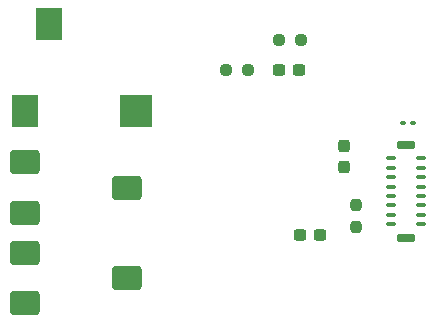
<source format=gbr>
%TF.GenerationSoftware,KiCad,Pcbnew,9.0.3-9.0.3-0~ubuntu24.04.1*%
%TF.CreationDate,2025-07-24T18:13:32+02:00*%
%TF.ProjectId,ampli_audio,616d706c-695f-4617-9564-696f2e6b6963,rev?*%
%TF.SameCoordinates,Original*%
%TF.FileFunction,Paste,Top*%
%TF.FilePolarity,Positive*%
%FSLAX46Y46*%
G04 Gerber Fmt 4.6, Leading zero omitted, Abs format (unit mm)*
G04 Created by KiCad (PCBNEW 9.0.3-9.0.3-0~ubuntu24.04.1) date 2025-07-24 18:13:32*
%MOMM*%
%LPD*%
G01*
G04 APERTURE LIST*
G04 Aperture macros list*
%AMRoundRect*
0 Rectangle with rounded corners*
0 $1 Rounding radius*
0 $2 $3 $4 $5 $6 $7 $8 $9 X,Y pos of 4 corners*
0 Add a 4 corners polygon primitive as box body*
4,1,4,$2,$3,$4,$5,$6,$7,$8,$9,$2,$3,0*
0 Add four circle primitives for the rounded corners*
1,1,$1+$1,$2,$3*
1,1,$1+$1,$4,$5*
1,1,$1+$1,$6,$7*
1,1,$1+$1,$8,$9*
0 Add four rect primitives between the rounded corners*
20,1,$1+$1,$2,$3,$4,$5,0*
20,1,$1+$1,$4,$5,$6,$7,0*
20,1,$1+$1,$6,$7,$8,$9,0*
20,1,$1+$1,$8,$9,$2,$3,0*%
G04 Aperture macros list end*
%ADD10R,2.200000X2.800000*%
%ADD11R,2.800000X2.800000*%
%ADD12RoundRect,0.237500X0.250000X0.237500X-0.250000X0.237500X-0.250000X-0.237500X0.250000X-0.237500X0*%
%ADD13RoundRect,0.250000X-1.000000X-0.750000X1.000000X-0.750000X1.000000X0.750000X-1.000000X0.750000X0*%
%ADD14RoundRect,0.237500X-0.300000X-0.237500X0.300000X-0.237500X0.300000X0.237500X-0.300000X0.237500X0*%
%ADD15RoundRect,0.237500X0.300000X0.237500X-0.300000X0.237500X-0.300000X-0.237500X0.300000X-0.237500X0*%
%ADD16RoundRect,0.100000X0.295000X-0.100000X0.295000X0.100000X-0.295000X0.100000X-0.295000X-0.100000X0*%
%ADD17RoundRect,0.162500X0.637500X-0.162500X0.637500X0.162500X-0.637500X0.162500X-0.637500X-0.162500X0*%
%ADD18RoundRect,0.237500X-0.237500X0.250000X-0.237500X-0.250000X0.237500X-0.250000X0.237500X0.250000X0*%
%ADD19RoundRect,0.237500X0.237500X-0.300000X0.237500X0.300000X-0.237500X0.300000X-0.237500X-0.300000X0*%
%ADD20RoundRect,0.237500X-0.250000X-0.237500X0.250000X-0.237500X0.250000X0.237500X-0.250000X0.237500X0*%
%ADD21RoundRect,0.090000X0.139000X0.090000X-0.139000X0.090000X-0.139000X-0.090000X0.139000X-0.090000X0*%
G04 APERTURE END LIST*
D10*
%TO.C,J1*%
X78500000Y-79100000D03*
X76500000Y-86500000D03*
D11*
X85900000Y-86500000D03*
%TD*%
D12*
%TO.C,R1*%
X99825000Y-80500000D03*
X98000000Y-80500000D03*
%TD*%
D13*
%TO.C,RV1*%
X76500000Y-95150000D03*
X85150000Y-93000000D03*
X76500000Y-90850000D03*
%TD*%
D14*
%TO.C,C6*%
X99775000Y-97000000D03*
X101500000Y-97000000D03*
%TD*%
D15*
%TO.C,C2*%
X99725000Y-83000000D03*
X98000000Y-83000000D03*
%TD*%
D13*
%TO.C,RV2*%
X76500000Y-102800000D03*
X85150000Y-100650000D03*
X76500000Y-98500000D03*
%TD*%
D16*
%TO.C,P1*%
X107500000Y-90500000D03*
X107500000Y-91300000D03*
X107500000Y-92100000D03*
X107500000Y-92900000D03*
X107500000Y-93700000D03*
X107500000Y-94500000D03*
X107500000Y-95300000D03*
X107500000Y-96100000D03*
X110040000Y-96100000D03*
X110040000Y-95300000D03*
X110040000Y-94500000D03*
X110040000Y-93700000D03*
X110040000Y-92900000D03*
X110040000Y-92100000D03*
X110040000Y-91300000D03*
X110040000Y-90500000D03*
D17*
X108770000Y-89350000D03*
X108770000Y-97250000D03*
%TD*%
D18*
%TO.C,R2*%
X104500000Y-94500000D03*
X104500000Y-96325000D03*
%TD*%
D19*
%TO.C,C5*%
X103500000Y-91225000D03*
X103500000Y-89500000D03*
%TD*%
D20*
%TO.C,R3*%
X93500000Y-83000000D03*
X95325000Y-83000000D03*
%TD*%
D21*
%TO.C,FB1*%
X109365000Y-87500000D03*
X108500000Y-87500000D03*
%TD*%
M02*

</source>
